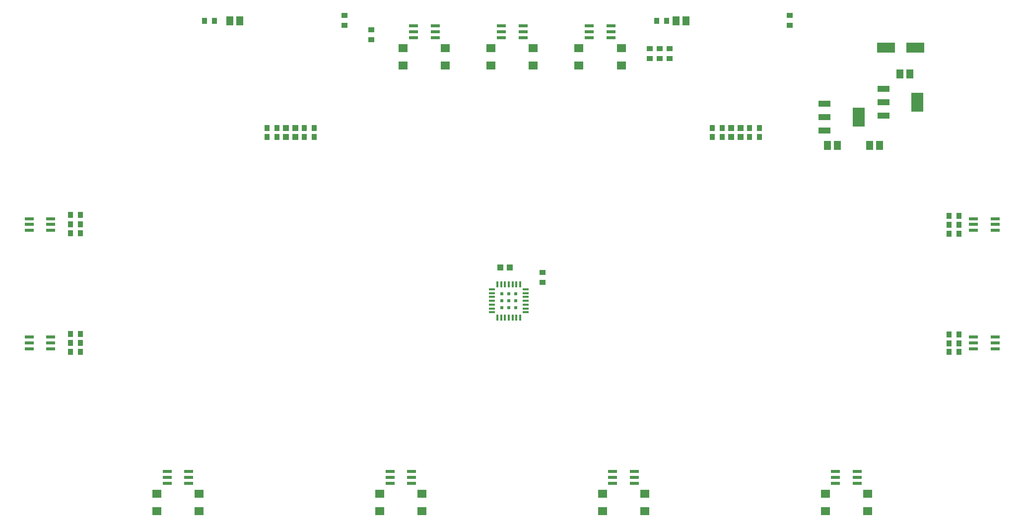
<source format=gtp>
G04*
G04 #@! TF.GenerationSoftware,Altium Limited,Altium Designer,22.1.2 (22)*
G04*
G04 Layer_Color=8421504*
%FSLAX44Y44*%
%MOMM*%
G71*
G04*
G04 #@! TF.SameCoordinates,E984ECC1-2850-43E0-9178-450474204A0E*
G04*
G04*
G04 #@! TF.FilePolarity,Positive*
G04*
G01*
G75*
%ADD17R,0.6000X0.6000*%
%ADD18R,1.0000X0.9000*%
%ADD19R,1.6000X0.6000*%
%ADD20R,0.9000X1.0000*%
%ADD21R,1.6000X1.4000*%
%ADD22R,1.0500X0.3000*%
%ADD23R,0.3000X1.0500*%
%ADD24R,2.1500X3.2500*%
%ADD25R,2.1500X1.0000*%
%ADD26R,3.0500X1.8000*%
%ADD27R,1.3000X1.5000*%
%ADD28R,1.0000X1.0000*%
D17*
X739510Y344170D02*
D03*
Y356170D02*
D03*
X763510Y332170D02*
D03*
Y356170D02*
D03*
Y344170D02*
D03*
X751510D02*
D03*
X739510Y332170D02*
D03*
X751510Y356170D02*
D03*
Y332170D02*
D03*
D18*
X517200Y806741D02*
D03*
Y789741D02*
D03*
X991710Y774310D02*
D03*
Y757310D02*
D03*
X1008810Y757640D02*
D03*
Y774640D02*
D03*
X1026021Y774545D02*
D03*
Y757545D02*
D03*
X470840Y831460D02*
D03*
X470840Y814460D02*
D03*
X808660Y392920D02*
D03*
Y375920D02*
D03*
X1230300Y831460D02*
D03*
Y814460D02*
D03*
D19*
X1581163Y282353D02*
D03*
X1581163Y272353D02*
D03*
X1581163Y262353D02*
D03*
X1544163Y282353D02*
D03*
X1544163Y272353D02*
D03*
X1544163Y262353D02*
D03*
X1581163Y484353D02*
D03*
X1581163Y474353D02*
D03*
X1581163Y464353D02*
D03*
X1544163Y484353D02*
D03*
X1544163Y474353D02*
D03*
X1544163Y464353D02*
D03*
X-66837D02*
D03*
X-66837Y474353D02*
D03*
X-66837Y484353D02*
D03*
X-29837Y464353D02*
D03*
X-29837Y474353D02*
D03*
X-29837Y484353D02*
D03*
X-66837Y262353D02*
D03*
X-66837Y272353D02*
D03*
X-66837Y282353D02*
D03*
X-29837Y262353D02*
D03*
X-29837Y272353D02*
D03*
X-29837Y282353D02*
D03*
X205663Y53000D02*
D03*
X205663Y43000D02*
D03*
X205663Y33000D02*
D03*
X168663Y53000D02*
D03*
X168663Y43000D02*
D03*
X168663Y33000D02*
D03*
X585663Y53000D02*
D03*
X585663Y43000D02*
D03*
X585663Y33000D02*
D03*
X548663Y53000D02*
D03*
X548663Y43000D02*
D03*
X548663Y33000D02*
D03*
X625660Y813350D02*
D03*
X625660Y803350D02*
D03*
X625660Y793350D02*
D03*
X588660Y813350D02*
D03*
X588660Y803350D02*
D03*
X588660Y793350D02*
D03*
X925663Y813350D02*
D03*
X925663Y803350D02*
D03*
X925663Y793350D02*
D03*
X888663Y813350D02*
D03*
X888663Y803350D02*
D03*
X888663Y793350D02*
D03*
X965663Y53000D02*
D03*
X965663Y43000D02*
D03*
X965663Y33000D02*
D03*
X928663Y53000D02*
D03*
X928663Y43000D02*
D03*
X928663Y33000D02*
D03*
X775663Y813350D02*
D03*
X775663Y803350D02*
D03*
X775663Y793350D02*
D03*
X738663Y813350D02*
D03*
X738663Y803350D02*
D03*
X738663Y793350D02*
D03*
X1345663Y53000D02*
D03*
X1345663Y43000D02*
D03*
X1345663Y33000D02*
D03*
X1308663Y53000D02*
D03*
X1308663Y43000D02*
D03*
X1308663Y33000D02*
D03*
D20*
X402250Y638880D02*
D03*
X419250D02*
D03*
X20770Y272353D02*
D03*
X3770D02*
D03*
X20807Y287441D02*
D03*
X3807D02*
D03*
X20776Y257132D02*
D03*
X3776D02*
D03*
X20870Y490370D02*
D03*
X3870D02*
D03*
X20842Y474790D02*
D03*
X3842D02*
D03*
X20772Y459709D02*
D03*
X3772D02*
D03*
X232470Y821690D02*
D03*
X249470D02*
D03*
X338750Y623640D02*
D03*
X355750D02*
D03*
X355750Y638880D02*
D03*
X338750D02*
D03*
X419250Y623640D02*
D03*
X402250D02*
D03*
X1020360Y821690D02*
D03*
X1003360D02*
D03*
X1179250Y623640D02*
D03*
X1162250D02*
D03*
X1162250Y638880D02*
D03*
X1179250D02*
D03*
X1098750Y623640D02*
D03*
X1115750D02*
D03*
X1115750Y638880D02*
D03*
X1098750D02*
D03*
X1519470Y286715D02*
D03*
X1502470D02*
D03*
X1502445Y256813D02*
D03*
X1519445D02*
D03*
X1502470Y271797D02*
D03*
X1519470D02*
D03*
X1502470Y474045D02*
D03*
X1519470D02*
D03*
X1502470Y458979D02*
D03*
X1519470D02*
D03*
X1502469Y489020D02*
D03*
X1519469D02*
D03*
D21*
X223163Y15000D02*
D03*
X151163D02*
D03*
Y-15000D02*
D03*
X223163D02*
D03*
X603163Y15000D02*
D03*
X531163D02*
D03*
Y-15000D02*
D03*
X603163D02*
D03*
X643163Y775347D02*
D03*
X571163D02*
D03*
Y745347D02*
D03*
X643163D02*
D03*
X793163Y775347D02*
D03*
X721163D02*
D03*
Y745347D02*
D03*
X793163D02*
D03*
X943163Y775347D02*
D03*
X871163D02*
D03*
Y745347D02*
D03*
X943163D02*
D03*
X983163Y15000D02*
D03*
X911163D02*
D03*
Y-15000D02*
D03*
X983163D02*
D03*
X1363163D02*
D03*
X1291163D02*
D03*
Y15000D02*
D03*
X1363163D02*
D03*
D22*
X723010Y363670D02*
D03*
Y357170D02*
D03*
Y350670D02*
D03*
Y344170D02*
D03*
Y337670D02*
D03*
Y331170D02*
D03*
Y324670D02*
D03*
X780010D02*
D03*
Y331170D02*
D03*
Y337670D02*
D03*
Y344170D02*
D03*
Y350670D02*
D03*
Y357170D02*
D03*
Y363670D02*
D03*
D23*
X732010Y315670D02*
D03*
X738510D02*
D03*
X745010D02*
D03*
X751510D02*
D03*
X758010D02*
D03*
X764510D02*
D03*
X771010D02*
D03*
Y372670D02*
D03*
X764510D02*
D03*
X758010D02*
D03*
X751510D02*
D03*
X745010D02*
D03*
X738510D02*
D03*
X732010D02*
D03*
D24*
X1448530Y683260D02*
D03*
X1348200Y657860D02*
D03*
D25*
X1390530Y660260D02*
D03*
Y683260D02*
D03*
Y706260D02*
D03*
X1290200Y634860D02*
D03*
X1290200Y657860D02*
D03*
X1290200Y680860D02*
D03*
D26*
X1394530Y775970D02*
D03*
X1444530D02*
D03*
D27*
X275650Y821690D02*
D03*
X292650D02*
D03*
X1053380D02*
D03*
X1036380D02*
D03*
X1311825Y609600D02*
D03*
X1294825D02*
D03*
X1366580D02*
D03*
X1383580D02*
D03*
X1435350Y731066D02*
D03*
X1418350D02*
D03*
D28*
X387000Y638880D02*
D03*
X371000D02*
D03*
X371001Y623642D02*
D03*
X387001D02*
D03*
X753160Y401320D02*
D03*
X737160D02*
D03*
X1147000Y638880D02*
D03*
X1131000D02*
D03*
X1131001Y623640D02*
D03*
X1147001D02*
D03*
M02*

</source>
